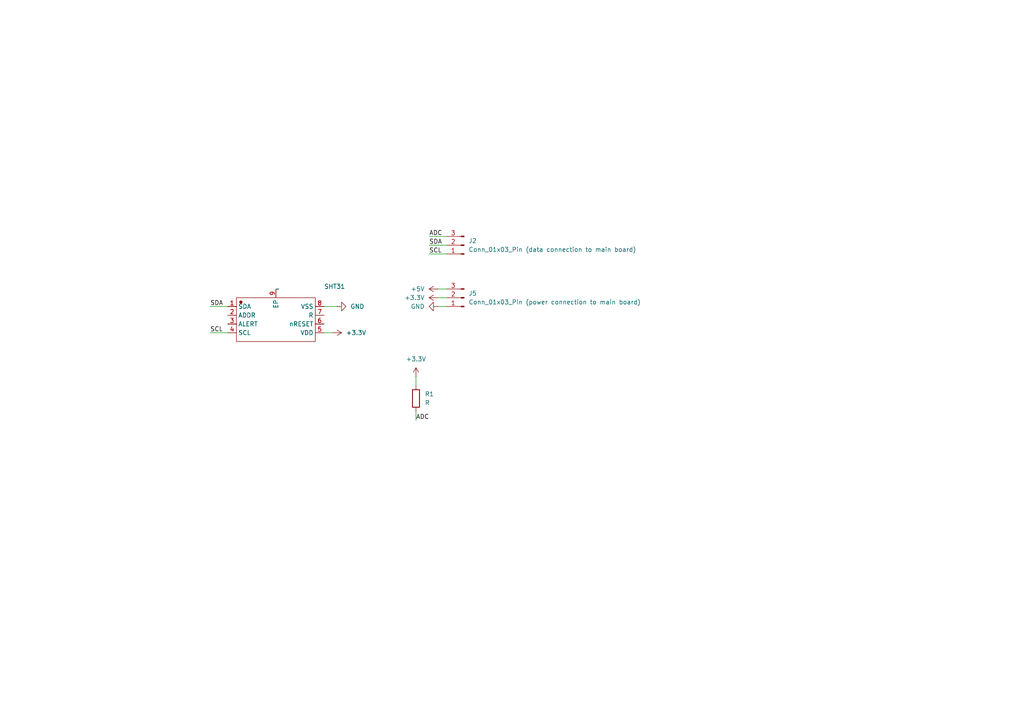
<source format=kicad_sch>
(kicad_sch (version 20250114) (generator "eeschema") (generator_version "9.0")
  (paper "A4")
  (lib_symbols
    (symbol "Connector:Conn_01x03_Pin" (pin_names (offset 1.016) (hide yes))
      (property "Reference" "J" (at 0 5.08 0))
      (property "Value" "Conn_01x03_Pin" (at 0 -5.08 0))
      (symbol "Conn_01x03_Pin_1_1"
        (rectangle (start 0.8636 2.667) (end 0 2.413) (stroke (width 0.1524)) (fill (type outline)))
        (rectangle (start 0.8636 0.127) (end 0 -0.127) (stroke (width 0.1524)) (fill (type outline)))
        (rectangle (start 0.8636 -2.413) (end 0 -2.667) (stroke (width 0.1524)) (fill (type outline)))
        (polyline (pts (xy 1.27 2.54) (xy 0.8636 2.54)) (stroke (width 0.1524)))
        (polyline (pts (xy 1.27 0) (xy 0.8636 0)) (stroke (width 0.1524)))
        (polyline (pts (xy 1.27 -2.54) (xy 0.8636 -2.54)) (stroke (width 0.1524)))
        (pin passive line (at 5.08 2.54 180) (length 3.81) (name "Pin_1") (number "1"))
        (pin passive line (at 5.08 0 180) (length 3.81) (name "Pin_2") (number "2"))
        (pin passive line (at 5.08 -2.54 180) (length 3.81) (name "Pin_3") (number "3"))
      )
    )
    (symbol "Device:R" (pin_numbers (hide yes)) (pin_names (offset 0))
      (property "Reference" "R" (at 2.032 0 90))
      (property "Value" "R" (at 0 0 90))
      (symbol "R_0_1"
        (rectangle (start -1.016 -2.54) (end 1.016 2.54) (stroke (width 0.254)))
      )
      (symbol "R_1_1"
        (pin passive line (at 0 3.81 270) (length 1.27) (name "~") (number "1"))
        (pin passive line (at 0 -3.81 90) (length 1.27) (name "~") (number "2"))
      )
    )
    (symbol "SHT31-DIS-F2.5KS_2025-12-25-altium-import:root_0_SHT31-DIS-F2.5KS_"
      (symbol "root_0_SHT31-DIS-F2.5KS__1_0"
        (rectangle (start -11.43 5.08) (end 11.43 -7.62) (stroke (width 0) (color 136 0 0 1)))
        (circle (center -10.16 3.81) (radius 0.381) (stroke (width 0) (color 136 0 0 1)) (fill (type outline)))
        (pin passive line (at -13.97 2.54 0) (length 2.54) (name "SDA") (number "1"))
        (pin passive line (at -13.97 0 0) (length 2.54) (name "ADDR") (number "2"))
        (pin passive line (at -13.97 -2.54 0) (length 2.54) (name "ALERT") (number "3"))
        (pin passive line (at -13.97 -5.08 0) (length 2.54) (name "SCL") (number "4"))
        (pin passive line (at 0 7.62 270) (length 2.54) (name "EP") (number "9"))
        (pin passive line (at 13.97 2.54 180) (length 2.54) (name "VSS") (number "8"))
        (pin passive line (at 13.97 0 180) (length 2.54) (name "R") (number "7"))
        (pin passive line (at 13.97 -2.54 180) (length 2.54) (name "nRESET") (number "6"))
        (pin passive line (at 13.97 -5.08 180) (length 2.54) (name "VDD") (number "5"))
      )
    )
    (symbol "power:+3.3V" (power) (pin_numbers (hide yes)) (pin_names (offset 0) (hide yes))
      (property "Value" "+3.3V" (at 0 3.556 0))
      (symbol "+3.3V_0_1"
        (polyline (pts (xy -0.762 1.27) (xy 0 2.54)))
        (polyline (pts (xy 0 2.54) (xy 0.762 1.27)))
        (polyline (pts (xy 0 0) (xy 0 2.54)))
      )
      (symbol "+3.3V_1_1"
        (pin power_in line (at 0 0 90) (length 0) (name "~") (number "1"))
      )
    )
    (symbol "power:+5V" (power) (pin_numbers (hide yes)) (pin_names (offset 0) (hide yes))
      (property "Value" "+5V" (at 0 3.556 0))
      (symbol "+5V_0_1"
        (polyline (pts (xy -0.762 1.27) (xy 0 2.54)))
        (polyline (pts (xy 0 2.54) (xy 0.762 1.27)))
        (polyline (pts (xy 0 0) (xy 0 2.54)))
      )
      (symbol "+5V_1_1"
        (pin power_in line (at 0 0 90) (length 0) (name "~") (number "1"))
      )
    )
    (symbol "power:GND" (power) (pin_numbers (hide yes)) (pin_names (offset 0) (hide yes))
      (property "Value" "GND" (at 0 -3.81 0))
      (symbol "GND_0_1"
        (polyline (pts (xy 0 0) (xy 0 -1.27) (xy 1.27 -1.27) (xy 0 -2.54) (xy -1.27 -1.27) (xy 0 -1.27)))
      )
      (symbol "GND_1_1"
        (pin power_in line (at 0 0 270) (length 0) (name "~") (number "1"))
      )
    )
  )
  (wire (pts (xy 127 88.9) (xy 129.54 88.9)))
  (wire (pts (xy 127 83.82) (xy 129.54 83.82)))
  (wire (pts (xy 124.46 73.66) (xy 129.54 73.66)))
  (wire (pts (xy 93.98 96.52) (xy 96.52 96.52)))
  (wire (pts (xy 93.98 88.9) (xy 97.79 88.9)))
  (wire (pts (xy 120.65 121.92) (xy 120.65 119.38)))
  (wire (pts (xy 120.65 109.22) (xy 120.65 111.76)))
  (wire (pts (xy 60.96 96.52) (xy 66.04 96.52)))
  (wire (pts (xy 60.96 88.9) (xy 66.04 88.9)))
  (wire (pts (xy 124.46 68.58) (xy 129.54 68.58)))
  (wire (pts (xy 124.46 71.12) (xy 129.54 71.12)))
  (wire (pts (xy 127 86.36) (xy 129.54 86.36)))
  (label "SDA" (at 124.46 71.12 0))
  (label "SCL" (at 60.96 96.52 0))
  (label "SCL" (at 124.46 73.66 0))
  (label "ADC" (at 120.65 121.92 0))
  (label "ADC" (at 124.46 68.58 0))
  (label "SDA" (at 60.96 88.9 0))
  (symbol (lib_id "power:+3.3V") (at 127 86.36 90) (unit 1)
    (property "Reference" "#PWR012" (effects (hide yes)))
    (property "Value" "+3.3V" (at 123.19 86.3599 90) (effects (justify left)))
    (property "Description" "Power symbol creates a global label with name \"+3.3V\"" (effects (hide yes)))
  )
  (symbol (lib_id "power:+5V") (at 127 83.82 90) (unit 1)
    (property "Reference" "#PWR013" (effects (hide yes)))
    (property "Value" "+5V" (at 123.19 83.8199 90) (effects (justify left)))
    (property "Description" "Power symbol creates a global label with name \"+5V\"" (effects (hide yes)))
  )
  (symbol (lib_id "Connector:Conn_01x03_Pin") (at 134.62 71.12 180) (unit 1)
    (property "Reference" "J2" (at 135.89 69.8499 0) (effects (justify right)))
    (property "Value" "Conn_01x03_Pin (data connection to main board)" (at 135.89 72.3899 0) (effects (justify right)))
    (property "Footprint" "batteryholder:1x03 2.3 pitch" (effects (hide yes)))
    (property "Description" "Generic connector, single row, 01x03, script generated" (effects (hide yes)))
  )
  (symbol (lib_id "power:+3.3V") (at 96.52 96.52 270) (unit 1)
    (property "Reference" "#PWR03" (effects (hide yes)))
    (property "Value" "+3.3V" (at 100.33 96.5199 90) (effects (justify left)))
    (property "Description" "Power symbol creates a global label with name \"+3.3V\"" (effects (hide yes)))
  )
  (symbol (lib_id "Connector:Conn_01x03_Pin") (at 134.62 86.36 180) (unit 1)
    (property "Reference" "J5" (at 135.89 85.0899 0) (effects (justify right)))
    (property "Value" "Conn_01x03_Pin (power connection to main board)" (at 135.89 87.6299 0) (effects (justify right)))
    (property "Footprint" "batteryholder:1x03 2.3 pitch" (effects (hide yes)))
    (property "Description" "Generic connector, single row, 01x03, script generated" (effects (hide yes)))
  )
  (symbol (lib_id "power:+3.3V") (at 120.65 109.22 0) (unit 1)
    (property "Reference" "#PWR02" (effects (hide yes)))
    (property "Value" "+3.3V" (at 120.65 104.14 0))
    (property "Description" "Power symbol creates a global label with name \"+3.3V\"" (effects (hide yes)))
  )
  (symbol (lib_id "power:GND") (at 127 88.9 270) (unit 1)
    (property "Reference" "#PWR011" (effects (hide yes)))
    (property "Value" "GND" (at 123.19 88.8999 90) (effects (justify right)))
    (property "Description" "Power symbol creates a global label with name \"GND\" , ground" (effects (hide yes)))
  )
  (symbol (lib_id "power:GND") (at 97.79 88.9 90) (unit 1)
    (property "Reference" "#PWR01" (effects (hide yes)))
    (property "Value" "GND" (at 101.6 88.8999 90) (effects (justify right)))
    (property "Description" "Power symbol creates a global label with name \"GND\" , ground" (effects (hide yes)))
  )
  (symbol (lib_id "Device:R") (at 120.65 115.57 0) (unit 1)
    (property "Reference" "R1" (at 123.19 114.2999 0) (effects (justify left)))
    (property "Value" "R" (at 123.19 116.8399 0) (effects (justify left)))
    (property "Footprint" "OptoDevice:R_LDR_4.9x4.2mm_P2.54mm_Vertical" (effects (hide yes)))
    (property "Description" "Resistor" (effects (hide yes)))
  )
  (symbol (lib_id "SHT31-DIS-F2.5KS_2025-12-25-altium-import:root_0_SHT31-DIS-F2.5KS_") (at 80.01 91.44 0) (unit 1)
    (property "Reference" "SHT31" (at 93.98 83.82 0) (effects (justify left bottom)))
    (property "Value" "~" (at 80.01 83.82 0) (effects (justify left)))
    (property "Footprint" "batteryholder:sht31-footprint" (effects (hide yes)))
  )
)
</source>
